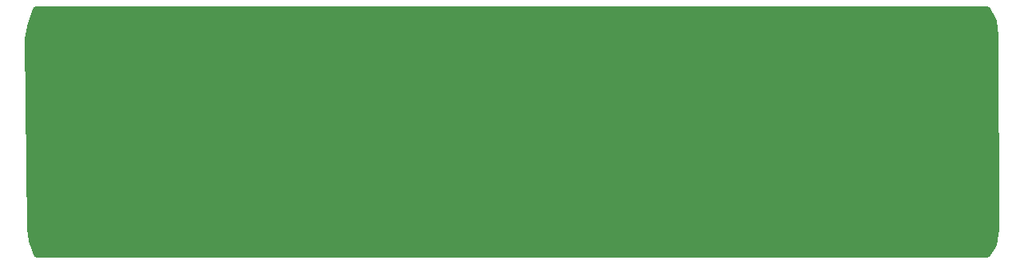
<source format=gbr>
%FSLAX34Y34*%
%MOMM*%
%LNOUTLINE*%
G71*
G01*
%ADD10C,0.800*%
%LPD*%
G36*
X1036412Y31700D02*
X1035412Y238072D01*
X1033182Y253428D01*
X1026412Y265100D01*
X16912Y265100D01*
X11078Y247856D01*
X8468Y234212D01*
X10654Y32558D01*
X12812Y20200D01*
X17604Y5282D01*
X1026344Y5100D01*
X1033334Y15486D01*
X1036412Y31700D01*
G37*
G54D10*
X1036412Y31700D02*
X1035412Y238072D01*
X1033182Y253428D01*
X1026412Y265100D01*
X16912Y265100D01*
X11078Y247856D01*
X8468Y234212D01*
X10654Y32558D01*
X12812Y20200D01*
X17604Y5282D01*
X1026344Y5100D01*
X1033334Y15486D01*
X1036412Y31700D01*
M02*

</source>
